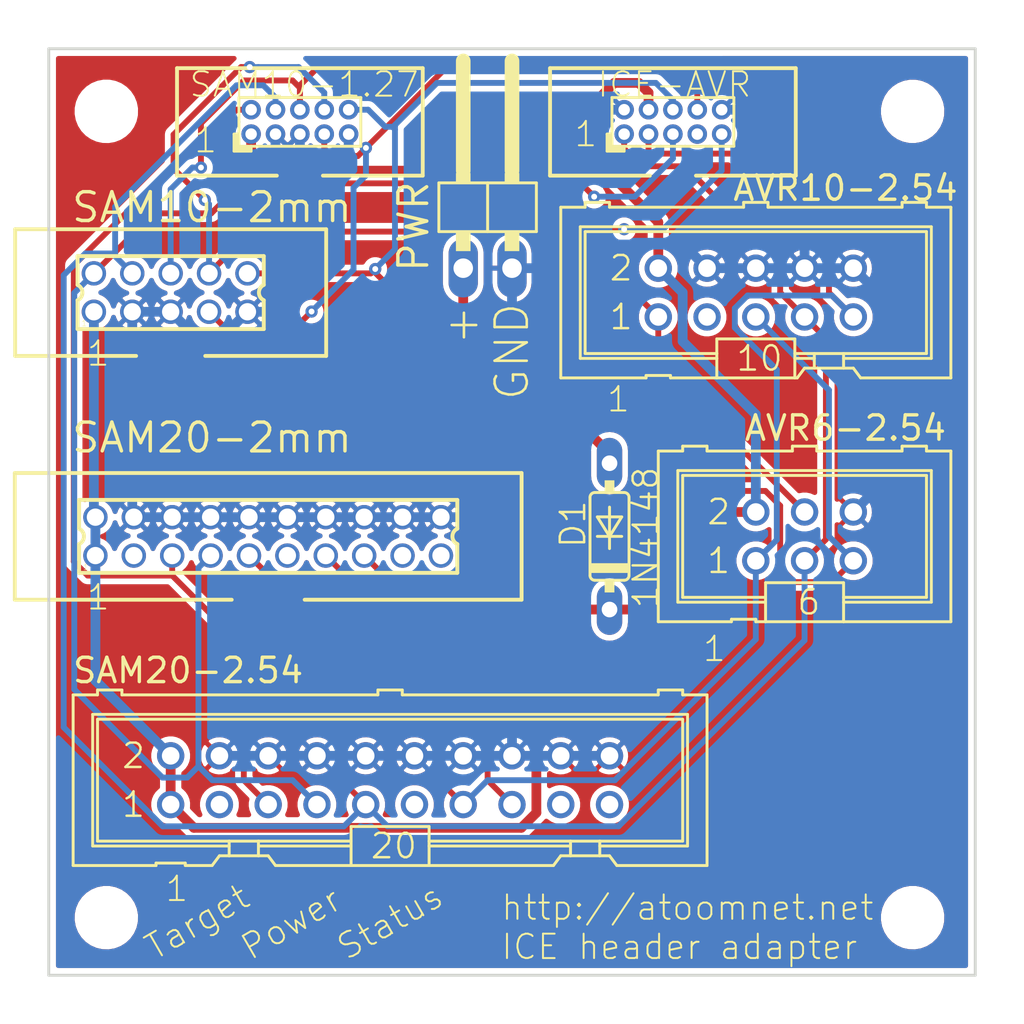
<source format=kicad_pcb>
(kicad_pcb (version 20171130) (host pcbnew "(5.1.12)-1")
  (layers (0 Top signal) (31 Bottom signal) (34 B.Paste user hide) (35 F.Paste user hide) (36 B.SilkS user hide) (37 F.SilkS user hide) (38 B.Mask user hide) (39 F.Mask user hide) (44 Edge.Cuts user))
  (net 0 "")
  (net 1 /TDO)
  (net 2 /VTG)
  (net 3 /TCK)
  (net 4 /TDI)
  (net 5 /NSRST)
  (net 6 /GND)
  (net 7 "Net-(D1-PadA)")
  (net 8 /TMS)
  (net 9 /NTRST)
  (module con-harting-ml:ML10 (layer Top) (at 87.63 124.46)
    (fp_text reference AVR10-2.54 (at 4.67 -5.44) (layer F.SilkS) (effects (font (size 1.27 1.27) (thickness 0.1778))))
    (fp_text value ML10 hide)
    (fp_text user 10 (at 0.193524 3.429) (layer F.SilkS) (effects (font (size 1.27 1.27) (thickness 0.127))))
    (fp_text user 1 (at -7.015238 1.27) (layer F.SilkS) (effects (font (size 1.27 1.27) (thickness 0.127))))
    (fp_text user 2 (at -7.015238 -1.27) (layer F.SilkS) (effects (font (size 1.27 1.27) (thickness 0.127))))
    (pad 1 thru_hole circle (at -5.08 1.27) (size 1.4224 1.4224) (drill 0.9144) (layers *.Cu *.Mask) (net 4 /TDI))
    (pad 2 thru_hole circle (at -5.08 -1.27) (size 1.4224 1.4224) (drill 0.9144) (layers *.Cu *.Mask) (net 2 /VTG))
    (pad 3 thru_hole circle (at -2.54 1.27) (size 1.4224 1.4224) (drill 0.9144) (layers *.Cu *.Mask))
    (pad 4 thru_hole circle (at -2.54 -1.27) (size 1.4224 1.4224) (drill 0.9144) (layers *.Cu *.Mask) (net 6 /GND))
    (pad 5 thru_hole circle (at 0 1.27) (size 1.4224 1.4224) (drill 0.9144) (layers *.Cu *.Mask) (net 5 /NSRST))
    (pad 6 thru_hole circle (at 0 -1.27) (size 1.4224 1.4224) (drill 0.9144) (layers *.Cu *.Mask) (net 6 /GND))
    (pad 7 thru_hole circle (at 2.54 1.27) (size 1.4224 1.4224) (drill 0.9144) (layers *.Cu *.Mask) (net 3 /TCK))
    (pad 8 thru_hole circle (at 2.54 -1.27) (size 1.4224 1.4224) (drill 0.9144) (layers *.Cu *.Mask) (net 6 /GND))
    (pad 9 thru_hole circle (at 5.08 1.27) (size 1.4224 1.4224) (drill 0.9144) (layers *.Cu *.Mask) (net 1 /TDO))
    (pad 10 thru_hole circle (at 5.08 -1.27) (size 1.4224 1.4224) (drill 0.9144) (layers *.Cu *.Mask) (net 6 /GND))
  )
  (module con-harting-ml:ML6 (layer Top) (at 90.17 137.16)
    (fp_text reference AVR6-2.54 (at 2.13 -5.64) (layer F.SilkS) (effects (font (size 1.27 1.27) (thickness 0.1778))))
    (fp_text value ML6 hide)
    (fp_text user 1 (at -4.475238 1.27) (layer F.SilkS) (effects (font (size 1.27 1.27) (thickness 0.127))))
    (fp_text user 2 (at -4.475238 -1.27) (layer F.SilkS) (effects (font (size 1.27 1.27) (thickness 0.127))))
    (fp_text user 6 (at 0.223762 3.429) (layer F.SilkS) (effects (font (size 1.27 1.27) (thickness 0.127))))
    (pad 1 thru_hole circle (at -2.54 1.27) (size 1.4224 1.4224) (drill 0.9144) (layers *.Cu *.Mask) (net 1 /TDO))
    (pad 2 thru_hole circle (at -2.54 -1.27) (size 1.4224 1.4224) (drill 0.9144) (layers *.Cu *.Mask) (net 2 /VTG))
    (pad 3 thru_hole circle (at 0 1.27) (size 1.4224 1.4224) (drill 0.9144) (layers *.Cu *.Mask) (net 3 /TCK))
    (pad 4 thru_hole circle (at 0 -1.27) (size 1.4224 1.4224) (drill 0.9144) (layers *.Cu *.Mask) (net 4 /TDI))
    (pad 5 thru_hole circle (at 2.54 1.27) (size 1.4224 1.4224) (drill 0.9144) (layers *.Cu *.Mask) (net 5 /NSRST))
    (pad 6 thru_hole circle (at 2.54 -1.27) (size 1.4224 1.4224) (drill 0.9144) (layers *.Cu *.Mask) (net 6 /GND))
  )
  (module con-harting-ml:ML20 (layer Top) (at 68.58 149.86)
    (fp_text reference SAM20-2.54 (at -10.52286 -5.714987) (layer F.SilkS) (effects (font (size 1.27 1.27) (thickness 0.1778))))
    (fp_text value ML20 hide)
    (fp_text user 1 (at -13.36524 1.27) (layer F.SilkS) (effects (font (size 1.27 1.27) (thickness 0.127))))
    (fp_text user 2 (at -13.36524 -1.27) (layer F.SilkS) (effects (font (size 1.27 1.27) (thickness 0.127))))
    (fp_text user 20 (at 0.193524 3.429) (layer F.SilkS) (effects (font (size 1.27 1.27) (thickness 0.127))))
    (pad 1 thru_hole circle (at -11.43 1.27) (size 1.4224 1.4224) (drill 0.9144) (layers *.Cu *.Mask) (net 2 /VTG))
    (pad 2 thru_hole circle (at -11.43 -1.27) (size 1.4224 1.4224) (drill 0.9144) (layers *.Cu *.Mask) (net 2 /VTG))
    (pad 3 thru_hole circle (at -8.89 1.27) (size 1.4224 1.4224) (drill 0.9144) (layers *.Cu *.Mask))
    (pad 4 thru_hole circle (at -8.89 -1.27) (size 1.4224 1.4224) (drill 0.9144) (layers *.Cu *.Mask) (net 6 /GND))
    (pad 5 thru_hole circle (at -6.35 1.27) (size 1.4224 1.4224) (drill 0.9144) (layers *.Cu *.Mask) (net 4 /TDI))
    (pad 6 thru_hole circle (at -6.35 -1.27) (size 1.4224 1.4224) (drill 0.9144) (layers *.Cu *.Mask) (net 6 /GND))
    (pad 7 thru_hole circle (at -3.81 1.27) (size 1.4224 1.4224) (drill 0.9144) (layers *.Cu *.Mask) (net 8 /TMS))
    (pad 8 thru_hole circle (at -3.81 -1.27) (size 1.4224 1.4224) (drill 0.9144) (layers *.Cu *.Mask) (net 6 /GND))
    (pad 9 thru_hole circle (at -1.27 1.27) (size 1.4224 1.4224) (drill 0.9144) (layers *.Cu *.Mask) (net 3 /TCK))
    (pad 10 thru_hole circle (at -1.27 -1.27) (size 1.4224 1.4224) (drill 0.9144) (layers *.Cu *.Mask) (net 6 /GND))
    (pad 11 thru_hole circle (at 1.27 1.27) (size 1.4224 1.4224) (drill 0.9144) (layers *.Cu *.Mask))
    (pad 12 thru_hole circle (at 1.27 -1.27) (size 1.4224 1.4224) (drill 0.9144) (layers *.Cu *.Mask) (net 6 /GND))
    (pad 13 thru_hole circle (at 3.81 1.27) (size 1.4224 1.4224) (drill 0.9144) (layers *.Cu *.Mask) (net 1 /TDO))
    (pad 14 thru_hole circle (at 3.81 -1.27) (size 1.4224 1.4224) (drill 0.9144) (layers *.Cu *.Mask) (net 6 /GND))
    (pad 15 thru_hole circle (at 6.35 1.27) (size 1.4224 1.4224) (drill 0.9144) (layers *.Cu *.Mask) (net 5 /NSRST))
    (pad 16 thru_hole circle (at 6.35 -1.27) (size 1.4224 1.4224) (drill 0.9144) (layers *.Cu *.Mask) (net 6 /GND))
    (pad 17 thru_hole circle (at 8.89 1.27) (size 1.4224 1.4224) (drill 0.9144) (layers *.Cu *.Mask))
    (pad 18 thru_hole circle (at 8.89 -1.27) (size 1.4224 1.4224) (drill 0.9144) (layers *.Cu *.Mask) (net 6 /GND))
    (pad 19 thru_hole circle (at 11.43 1.27) (size 1.4224 1.4224) (drill 0.9144) (layers *.Cu *.Mask))
    (pad 20 thru_hole circle (at 11.43 -1.27) (size 1.4224 1.4224) (drill 0.9144) (layers *.Cu *.Mask) (net 6 /GND))
  )
  (module diode:DO35-7 (layer Top) (at 80.01 137.16 90)
    (fp_text reference D1 (at 0.635 -1.90499 90) (layer F.SilkS) (effects (font (size 1.27 1.27) (thickness 0.127))))
    (fp_text value 1N4148 (at -0.06 1.89 90) (layer F.SilkS) (effects (font (size 1.27 1.27) (thickness 0.127))))
    (pad C thru_hole oval (at -3.81 0 90) (size 2.6416 1.3208) (drill 0.8128) (layers *.Cu *.Mask) (net 2 /VTG))
    (pad A thru_hole oval (at 3.81 0 90) (size 2.6416 1.3208) (drill 0.8128) (layers *.Cu *.Mask) (net 7 "Net-(D1-PadA)"))
  )
  (module pinhead:1X02_90 (layer Top) (at 73.66 119.38)
    (fp_text reference PWR1 hide)
    (fp_text value PINHD-1X2 hide)
    (pad 1 thru_hole oval (at -1.27 3.81) (size 1.524 3.048) (drill 1.016) (layers *.Cu *.Mask) (net 7 "Net-(D1-PadA)"))
    (pad 2 thru_hole oval (at 1.27 3.81) (size 1.524 3.048) (drill 1.016) (layers *.Cu *.Mask) (net 6 /GND))
  )
  (module Mounting_Holes:MountingHole_2.7mm_M2.5 (layer Top) (at 53.8 115.02)
    (fp_text reference P1 hide)
    (fp_text value TST)
    (pad 1 np_thru_hole circle (at 0 0) (size 2.7 2.7) (drill 2.7) (layers *.Cu *.Mask))
  )
  (module Mounting_Holes:MountingHole_2.7mm_M2.5 (layer Top) (at 95.8 115.02)
    (fp_text reference P2 hide)
    (fp_text value TST)
    (pad 1 np_thru_hole circle (at 0 0) (size 2.7 2.7) (drill 2.7) (layers *.Cu *.Mask))
  )
  (module Mounting_Holes:MountingHole_2.7mm_M2.5 (layer Top) (at 53.8 157.02)
    (fp_text reference P3 hide)
    (fp_text value TST)
    (pad 1 np_thru_hole circle (at 0 0) (size 2.7 2.7) (drill 2.7) (layers *.Cu *.Mask))
  )
  (module Mounting_Holes:MountingHole_2.7mm_M2.5 (layer Top) (at 95.8 157.02)
    (fp_text reference P4 hide)
    (fp_text value TST)
    (pad 1 np_thru_hole circle (at 0 0) (size 2.7 2.7) (drill 2.7) (layers *.Cu *.Mask))
  )
  (module con-molex:87758-1016 (layer Top) (at 57.15 124.46)
    (fp_text reference SAM10-2 hide)
    (fp_text value 87758-1016 hide)
    (fp_text user 1 (at -4.504857 1.5976) (layer F.SilkS) (effects (font (size 0.3048 0.3048) (thickness 0.024384))))
    (pad 1 thru_hole circle (at -4 1) (size 1.27 1.27) (drill 0.9) (layers *.Cu *.Mask) (net 2 /VTG))
    (pad 2 thru_hole circle (at -4 -1) (size 1.27 1.27) (drill 0.9) (layers *.Cu *.Mask) (net 8 /TMS))
    (pad 3 thru_hole circle (at -2 1) (size 1.27 1.27) (drill 0.9) (layers *.Cu *.Mask) (net 6 /GND))
    (pad 4 thru_hole circle (at -2 -1) (size 1.27 1.27) (drill 0.9) (layers *.Cu *.Mask) (net 3 /TCK))
    (pad 5 thru_hole circle (at 0 1) (size 1.27 1.27) (drill 0.9) (layers *.Cu *.Mask) (net 6 /GND))
    (pad 6 thru_hole circle (at 0 -1) (size 1.27 1.27) (drill 0.9) (layers *.Cu *.Mask) (net 1 /TDO))
    (pad 7 thru_hole circle (at 2 1) (size 1.27 1.27) (drill 0.9) (layers *.Cu *.Mask) (net 9 /NTRST))
    (pad 8 thru_hole circle (at 2 -1) (size 1.27 1.27) (drill 0.9) (layers *.Cu *.Mask) (net 4 /TDI))
    (pad 9 thru_hole circle (at 4 1) (size 1.27 1.27) (drill 0.9) (layers *.Cu *.Mask) (net 6 /GND))
    (pad 10 thru_hole circle (at 4 -1) (size 1.27 1.27) (drill 0.9) (layers *.Cu *.Mask) (net 5 /NSRST))
  )
  (module con-molex:87758-2016 (layer Top) (at 62.23 137.16)
    (fp_text reference SAM20-2 hide)
    (fp_text value 87758-2016 hide)
    (fp_text user 1 (at -9.504857 1.5976) (layer F.SilkS) (effects (font (size 0.3048 0.3048) (thickness 0.024384))))
    (pad 1 thru_hole circle (at -9 1) (size 1.27 1.27) (drill 0.9) (layers *.Cu *.Mask) (net 2 /VTG))
    (pad 2 thru_hole circle (at -9 -1) (size 1.27 1.27) (drill 0.9) (layers *.Cu *.Mask) (net 2 /VTG))
    (pad 3 thru_hole circle (at -7 1) (size 1.27 1.27) (drill 0.9) (layers *.Cu *.Mask))
    (pad 4 thru_hole circle (at -7 -1) (size 1.27 1.27) (drill 0.9) (layers *.Cu *.Mask) (net 6 /GND))
    (pad 5 thru_hole circle (at -5 1) (size 1.27 1.27) (drill 0.9) (layers *.Cu *.Mask) (net 4 /TDI))
    (pad 6 thru_hole circle (at -5 -1) (size 1.27 1.27) (drill 0.9) (layers *.Cu *.Mask) (net 6 /GND))
    (pad 7 thru_hole circle (at -3 1) (size 1.27 1.27) (drill 0.9) (layers *.Cu *.Mask) (net 8 /TMS))
    (pad 8 thru_hole circle (at -3 -1) (size 1.27 1.27) (drill 0.9) (layers *.Cu *.Mask) (net 6 /GND))
    (pad 9 thru_hole circle (at -1 1) (size 1.27 1.27) (drill 0.9) (layers *.Cu *.Mask) (net 3 /TCK))
    (pad 10 thru_hole circle (at -1 -1) (size 1.27 1.27) (drill 0.9) (layers *.Cu *.Mask) (net 6 /GND))
    (pad 11 thru_hole circle (at 1 1) (size 1.27 1.27) (drill 0.9) (layers *.Cu *.Mask))
    (pad 12 thru_hole circle (at 1 -1) (size 1.27 1.27) (drill 0.9) (layers *.Cu *.Mask) (net 6 /GND))
    (pad 13 thru_hole circle (at 3 1) (size 1.27 1.27) (drill 0.9) (layers *.Cu *.Mask) (net 1 /TDO))
    (pad 14 thru_hole circle (at 3 -1) (size 1.27 1.27) (drill 0.9) (layers *.Cu *.Mask) (net 6 /GND))
    (pad 15 thru_hole circle (at 5 1) (size 1.27 1.27) (drill 0.9) (layers *.Cu *.Mask) (net 5 /NSRST))
    (pad 16 thru_hole circle (at 5 -1) (size 1.27 1.27) (drill 0.9) (layers *.Cu *.Mask) (net 6 /GND))
    (pad 17 thru_hole circle (at 7 1) (size 1.27 1.27) (drill 0.9) (layers *.Cu *.Mask))
    (pad 18 thru_hole circle (at 7 -1) (size 1.27 1.27) (drill 0.9) (layers *.Cu *.Mask) (net 6 /GND))
    (pad 19 thru_hole circle (at 9 1) (size 1.27 1.27) (drill 0.9) (layers *.Cu *.Mask))
    (pad 20 thru_hole circle (at 9 -1) (size 1.27 1.27) (drill 0.9) (layers *.Cu *.Mask) (net 6 /GND))
  )
  (module Arduino_Wifi_shield_v018_tG:PINHEAD_2X05_127 (layer Top) (at 63.881 115.57 90)
    (fp_text reference SAM10-1.27 hide)
    (fp_text value PINHEAD_PINHD-2X5 hide)
    (pad 1 thru_hole circle (at -0.635 -2.54 90) (size 1.016 1.016) (drill 0.6) (layers *.Cu *.Mask) (net 2 /VTG))
    (pad 2 thru_hole circle (at 0.635 -2.54 90) (size 1.016 1.016) (drill 0.6) (layers *.Cu *.Mask) (net 8 /TMS))
    (pad 3 thru_hole circle (at -0.635 -1.27 90) (size 1.016 1.016) (drill 0.6) (layers *.Cu *.Mask) (net 6 /GND))
    (pad 4 thru_hole circle (at 0.635 -1.27 90) (size 1.016 1.016) (drill 0.6) (layers *.Cu *.Mask) (net 3 /TCK))
    (pad 5 thru_hole circle (at -0.635 0 90) (size 1.016 1.016) (drill 0.6) (layers *.Cu *.Mask) (net 6 /GND))
    (pad 6 thru_hole circle (at 0.635 0 90) (size 1.016 1.016) (drill 0.6) (layers *.Cu *.Mask) (net 1 /TDO))
    (pad 7 thru_hole circle (at -0.635 1.27 90) (size 1.016 1.016) (drill 0.6) (layers *.Cu *.Mask) (net 9 /NTRST))
    (pad 8 thru_hole circle (at 0.635 1.27 90) (size 1.016 1.016) (drill 0.6) (layers *.Cu *.Mask) (net 4 /TDI))
    (pad 9 thru_hole circle (at -0.635 2.54 90) (size 1.016 1.016) (drill 0.6) (layers *.Cu *.Mask) (net 6 /GND))
    (pad 10 thru_hole circle (at 0.635 2.54 90) (size 1.016 1.016) (drill 0.6) (layers *.Cu *.Mask) (net 5 /NSRST))
  )
  (module Arduino_Wifi_shield_v018_tG:PINHEAD_2X05_127 (layer Top) (at 83.312 115.57 90)
    (fp_text reference ICE-AVR1 hide)
    (fp_text value PINHEAD_PINHD-2X5 hide)
    (pad 1 thru_hole circle (at -0.635 -2.54 90) (size 1.016 1.016) (drill 0.6) (layers *.Cu *.Mask) (net 3 /TCK))
    (pad 2 thru_hole circle (at 0.635 -2.54 90) (size 1.016 1.016) (drill 0.6) (layers *.Cu *.Mask) (net 6 /GND))
    (pad 3 thru_hole circle (at -0.635 -1.27 90) (size 1.016 1.016) (drill 0.6) (layers *.Cu *.Mask) (net 1 /TDO))
    (pad 4 thru_hole circle (at 0.635 -1.27 90) (size 1.016 1.016) (drill 0.6) (layers *.Cu *.Mask) (net 2 /VTG))
    (pad 5 thru_hole circle (at -0.635 0 90) (size 1.016 1.016) (drill 0.6) (layers *.Cu *.Mask) (net 8 /TMS))
    (pad 6 thru_hole circle (at 0.635 0 90) (size 1.016 1.016) (drill 0.6) (layers *.Cu *.Mask) (net 5 /NSRST))
    (pad 7 thru_hole circle (at -0.635 1.27 90) (size 1.016 1.016) (drill 0.6) (layers *.Cu *.Mask))
    (pad 8 thru_hole circle (at 0.635 1.27 90) (size 1.016 1.016) (drill 0.6) (layers *.Cu *.Mask) (net 9 /NTRST))
    (pad 9 thru_hole circle (at -0.635 2.54 90) (size 1.016 1.016) (drill 0.6) (layers *.Cu *.Mask) (net 4 /TDI))
    (pad 10 thru_hole circle (at 0.635 2.54 90) (size 1.016 1.016) (drill 0.6) (layers *.Cu *.Mask) (net 6 /GND))
  )
  (gr_text PWR (at 69.8 121.02 90) (layer F.SilkS) (effects (font (size 1.5 1.5) (thickness 0.18))))
  (gr_text SAM20-2mm (at 59.3 132.02) (layer F.SilkS) (effects (font (size 1.5 1.5) (thickness 0.18))))
  (gr_text SAM10-2mm (at 59.3 120.02) (layer F.SilkS) (effects (font (size 1.5 1.5) (thickness 0.18))))
  (gr_text ICE-AVR (at 79.3 113.62) (layer F.SilkS) (effects (font (size 1.27 1.27) (thickness 0.1016)) (justify left)))
  (gr_text SAM10-1.27 (at 58.05 113.62) (layer F.SilkS) (effects (font (size 1.27 1.27) (thickness 0.1016)) (justify left)))
  (gr_text "http://atoomnet.net\nICE header adapter" (at 74.3 157.52) (layer F.SilkS) (effects (font (size 1.27 1.27) (thickness 0.1016)) (justify left)))
  (gr_text 1 (at 52.705 127.635) (layer F.SilkS) (effects (font (size 1.27 1.27) (thickness 0.1016)) (justify left)))
  (gr_text 1 (at 52.705 140.335) (layer F.SilkS) (effects (font (size 1.27 1.27) (thickness 0.1016)) (justify left)))
  (gr_text 1 (at 56.8 155.52) (layer F.SilkS) (effects (font (size 1.27 1.27) (thickness 0.1016)) (justify left)))
  (gr_text 1 (at 84.8 143.02) (layer F.SilkS) (effects (font (size 1.27 1.27) (thickness 0.1016)) (justify left)))
  (gr_text 1 (at 79.8 130.02) (layer F.SilkS) (effects (font (size 1.27 1.27) (thickness 0.1016)) (justify left)))
  (gr_text 1 (at 58.3 116.52) (layer F.SilkS) (effects (font (size 1.27 1.27) (thickness 0.1016)) (justify left)))
  (gr_text 1 (at 78.105 116.205) (layer F.SilkS) (effects (font (size 1.27 1.27) (thickness 0.1016)) (justify left)))
  (gr_text Status (at 65.93 158.75 30) (layer F.SilkS) (effects (font (size 1.27 1.27) (thickness 0.1016)) (justify left)))
  (gr_text Power (at 60.93 158.75 30) (layer F.SilkS) (effects (font (size 1.27 1.27) (thickness 0.1016)) (justify left)))
  (gr_text Target (at 55.93 158.75 30) (layer F.SilkS) (effects (font (size 1.27 1.27) (thickness 0.1016)) (justify left)))
  (gr_text + (at 71.3 126.02) (layer F.SilkS) (effects (font (size 1.6764 1.6764) (thickness 0.134112)) (justify left)))
  (gr_text GND (at 74.93 130.175 90) (layer F.SilkS) (effects (font (size 1.6764 1.6764) (thickness 0.134112)) (justify left)))
  (gr_line (start 50.8 160.02) (end 99.06 160.02) (layer Edge.Cuts) (width 0.15))
  (gr_line (start 99.06 160.02) (end 99.06 111.76) (layer Edge.Cuts) (width 0.15))
  (gr_line (start 99.06 111.76) (end 50.8 111.76) (layer Edge.Cuts) (width 0.15))
  (gr_line (start 50.8 111.76) (end 50.8 160.02) (layer Edge.Cuts) (width 0.15))
  (segment (start 86.741 117.6159) (end 86.741 117.348) (width 0.3048) (layer Top) (net 1))
  (segment (start 86.741 117.348) (end 86.614 117.221) (width 0.3048) (layer Top) (net 1))
  (segment (start 63.881 114.935) (end 63.881 113.665) (width 0.3048) (layer Top) (net 1))
  (segment (start 63.881 113.665) (end 65.176422 112.369578) (width 0.3048) (layer Top) (net 1))
  (segment (start 65.176422 112.369578) (end 85.191578 112.369578) (width 0.3048) (layer Top) (net 1))
  (segment (start 85.191578 112.369578) (end 87.503 114.681) (width 0.3048) (layer Top) (net 1))
  (segment (start 87.503 114.681) (end 87.503 116.332) (width 0.3048) (layer Top) (net 1))
  (segment (start 87.503 116.332) (end 86.614 117.221) (width 0.3048) (layer Top) (net 1))
  (segment (start 86.614 117.221) (end 82.169 117.221) (width 0.3048) (layer Top) (net 1))
  (segment (start 82.169 117.221) (end 82.042 117.094) (width 0.3048) (layer Top) (net 1))
  (segment (start 82.042 117.094) (end 82.042 116.205) (width 0.3048) (layer Top) (net 1))
  (segment (start 63.5 113.411) (end 60.96 113.411) (width 0.3048) (layer Top) (net 1))
  (segment (start 58.7278 115.6432) (end 58.7278 117.9482) (width 0.3048) (layer Top) (net 1))
  (segment (start 63.881 114.935) (end 63.881 113.792) (width 0.3048) (layer Top) (net 1))
  (segment (start 63.881 113.792) (end 63.5 113.411) (width 0.3048) (layer Top) (net 1))
  (segment (start 60.96 113.411) (end 58.7278 115.6432) (width 0.3048) (layer Top) (net 1))
  (segment (start 92.71 125.73) (end 91.44 124.46) (width 0.3048) (layer Top) (net 1))
  (segment (start 91.44 124.46) (end 91.44 122.3149) (width 0.3048) (layer Top) (net 1))
  (segment (start 91.44 122.3149) (end 86.741 117.6159) (width 0.3048) (layer Top) (net 1))
  (segment (start 58.7278 117.9482) (end 58.278788 117.9482) (width 0.3048) (layer Bottom) (net 1))
  (segment (start 58.278788 117.9482) (end 57.15 119.076988) (width 0.3048) (layer Bottom) (net 1))
  (segment (start 57.15 122.561975) (end 57.15 123.46) (width 0.3048) (layer Bottom) (net 1))
  (segment (start 57.15 119.076988) (end 57.15 122.561975) (width 0.3048) (layer Bottom) (net 1))
  (via (at 58.7278 117.9482) (size 0.635) (layers Top Bottom) (net 1))
  (segment (start 71.12 149.86) (end 72.39 151.13) (width 0.3048) (layer Top) (net 1))
  (segment (start 71.12 144.05) (end 71.12 149.86) (width 0.3048) (layer Top) (net 1))
  (segment (start 65.23 138.16) (end 71.12 144.05) (width 0.3048) (layer Top) (net 1))
  (segment (start 91.5931 124.6131) (end 92.71 125.73) (width 0.3048) (layer Bottom) (net 1))
  (segment (start 87.2011 124.6131) (end 91.5931 124.6131) (width 0.3048) (layer Bottom) (net 1))
  (segment (start 86.5374 125.2768) (end 87.2011 124.6131) (width 0.3048) (layer Bottom) (net 1))
  (segment (start 86.5374 126.2886) (end 86.5374 125.2768) (width 0.3048) (layer Bottom) (net 1))
  (segment (start 88.7226 128.4738) (end 86.5374 126.2886) (width 0.3048) (layer Bottom) (net 1))
  (segment (start 88.7226 137.3374) (end 88.7226 128.4738) (width 0.3048) (layer Bottom) (net 1))
  (segment (start 87.63 138.43) (end 88.7226 137.3374) (width 0.3048) (layer Bottom) (net 1))
  (segment (start 87.63 142.5233) (end 87.63 138.43) (width 0.3048) (layer Bottom) (net 1))
  (segment (start 80.2933 149.86) (end 87.63 142.5233) (width 0.3048) (layer Bottom) (net 1))
  (segment (start 73.66 149.86) (end 80.2933 149.86) (width 0.3048) (layer Bottom) (net 1))
  (segment (start 72.39 151.13) (end 73.66 149.86) (width 0.3048) (layer Bottom) (net 1))
  (segment (start 79.5119 117.7559) (end 79.1578 118.11) (width 0.508) (layer Top) (net 2))
  (segment (start 79.1578 118.11) (end 62.357 118.11) (width 0.508) (layer Top) (net 2))
  (segment (start 62.357 118.11) (end 61.341 117.094) (width 0.508) (layer Top) (net 2))
  (segment (start 61.341 117.094) (end 61.341 116.205) (width 0.508) (layer Top) (net 2))
  (segment (start 79.5119 117.7559) (end 79.5119 114.2901) (width 0.508) (layer Top) (net 2))
  (segment (start 79.5119 114.2901) (end 80.264 113.538) (width 0.508) (layer Top) (net 2))
  (segment (start 80.264 113.538) (end 81.534 113.538) (width 0.508) (layer Top) (net 2))
  (segment (start 81.534 113.538) (end 82.042 114.046) (width 0.508) (layer Top) (net 2))
  (segment (start 82.042 114.046) (end 82.042 114.935) (width 0.508) (layer Top) (net 2))
  (segment (start 87.63 135.89) (end 87.63 130.81) (width 0.508) (layer Bottom) (net 2))
  (segment (start 87.63 130.81) (end 83.82 127) (width 0.508) (layer Bottom) (net 2))
  (segment (start 83.82 127) (end 83.82 124.46) (width 0.508) (layer Bottom) (net 2))
  (segment (start 83.82 124.46) (end 82.55 123.19) (width 0.508) (layer Bottom) (net 2))
  (segment (start 53.15 136.08) (end 53.15 125.46) (width 0.508) (layer Bottom) (net 2))
  (segment (start 53.23 136.16) (end 53.15 136.08) (width 0.508) (layer Bottom) (net 2))
  (segment (start 82.55 120.794) (end 79.5119 117.7559) (width 0.508) (layer Top) (net 2))
  (segment (start 82.55 123.19) (end 82.55 120.794) (width 0.508) (layer Top) (net 2))
  (segment (start 53.23 136.16) (end 53.23 138.16) (width 0.508) (layer Bottom) (net 2))
  (segment (start 53.23 144.67) (end 57.15 148.59) (width 0.508) (layer Bottom) (net 2))
  (segment (start 53.23 138.16) (end 53.23 144.67) (width 0.508) (layer Bottom) (net 2))
  (segment (start 86.2333 135.89) (end 87.63 135.89) (width 0.508) (layer Top) (net 2))
  (segment (start 81.1533 140.97) (end 86.2333 135.89) (width 0.508) (layer Top) (net 2))
  (segment (start 80.01 140.97) (end 81.1533 140.97) (width 0.508) (layer Top) (net 2))
  (segment (start 57.15 148.59) (end 57.15 151.13) (width 0.508) (layer Top) (net 2))
  (segment (start 76.2 143.6367) (end 78.8667 140.97) (width 0.508) (layer Top) (net 2))
  (segment (start 76.2 151.5566) (end 76.2 143.6367) (width 0.508) (layer Top) (net 2))
  (segment (start 75.415 152.3416) (end 76.2 151.5566) (width 0.508) (layer Top) (net 2))
  (segment (start 58.3616 152.3416) (end 75.415 152.3416) (width 0.508) (layer Top) (net 2))
  (segment (start 57.15 151.13) (end 58.3616 152.3416) (width 0.508) (layer Top) (net 2))
  (segment (start 80.01 140.97) (end 78.8667 140.97) (width 0.508) (layer Top) (net 2))
  (segment (start 54.2571 122.4236) (end 54.2571 119.9869) (width 0.3048) (layer Bottom) (net 3))
  (segment (start 54.2571 119.9869) (end 60.579 113.665) (width 0.3048) (layer Bottom) (net 3))
  (segment (start 60.579 113.665) (end 61.976 113.665) (width 0.3048) (layer Bottom) (net 3))
  (segment (start 61.976 113.665) (end 62.611 114.3) (width 0.3048) (layer Bottom) (net 3))
  (segment (start 62.611 114.3) (end 62.611 114.935) (width 0.3048) (layer Bottom) (net 3))
  (segment (start 90.17 125.73) (end 88.9 124.46) (width 0.3048) (layer Top) (net 3))
  (segment (start 88.9 124.46) (end 88.9 122.8528) (width 0.3048) (layer Top) (net 3))
  (segment (start 88.9 122.8528) (end 83.928611 117.881411) (width 0.3048) (layer Top) (net 3))
  (segment (start 83.928611 117.881411) (end 81.686411 117.881411) (width 0.3048) (layer Top) (net 3))
  (segment (start 81.686411 117.881411) (end 80.772 116.967) (width 0.3048) (layer Top) (net 3))
  (segment (start 80.772 116.967) (end 80.772 116.205) (width 0.3048) (layer Top) (net 3))
  (segment (start 66.04 149.86) (end 67.31 151.13) (width 0.3048) (layer Top) (net 3))
  (segment (start 66.04 142.97) (end 66.04 149.86) (width 0.3048) (layer Top) (net 3))
  (segment (start 61.23 138.16) (end 66.04 142.97) (width 0.3048) (layer Top) (net 3))
  (segment (start 90.17 142.5735) (end 90.17 138.43) (width 0.3048) (layer Bottom) (net 3))
  (segment (start 80.4838 152.2597) (end 90.17 142.5735) (width 0.3048) (layer Bottom) (net 3))
  (segment (start 68.4397 152.2597) (end 80.4838 152.2597) (width 0.3048) (layer Bottom) (net 3))
  (segment (start 67.31 151.13) (end 68.4397 152.2597) (width 0.3048) (layer Bottom) (net 3))
  (segment (start 54.2571 122.5671) (end 54.2571 122.4236) (width 0.3048) (layer Bottom) (net 3))
  (segment (start 55.15 123.46) (end 54.2571 122.5671) (width 0.3048) (layer Bottom) (net 3))
  (segment (start 66.1765 152.2635) (end 67.31 151.13) (width 0.3048) (layer Bottom) (net 3))
  (segment (start 56.7363 152.2635) (end 66.1765 152.2635) (width 0.3048) (layer Bottom) (net 3))
  (segment (start 51.5787 147.1059) (end 56.7363 152.2635) (width 0.3048) (layer Bottom) (net 3))
  (segment (start 51.5787 123.5509) (end 51.5787 147.1059) (width 0.3048) (layer Bottom) (net 3))
  (segment (start 52.706 122.4236) (end 51.5787 123.5509) (width 0.3048) (layer Bottom) (net 3))
  (segment (start 54.2571 122.4236) (end 52.706 122.4236) (width 0.3048) (layer Bottom) (net 3))
  (segment (start 91.2812 126.8412) (end 90.17 125.73) (width 0.3048) (layer Top) (net 3))
  (segment (start 91.2812 137.3188) (end 91.2812 126.8412) (width 0.3048) (layer Top) (net 3))
  (segment (start 90.17 138.43) (end 91.2812 137.3188) (width 0.3048) (layer Top) (net 3))
  (segment (start 65.151 114.935) (end 65.151 114.046) (width 0.3048) (layer Bottom) (net 4))
  (segment (start 65.151 114.046) (end 63.81748 112.71248) (width 0.3048) (layer Bottom) (net 4))
  (segment (start 63.81748 112.71248) (end 61.716083 112.71248) (width 0.3048) (layer Bottom) (net 4))
  (segment (start 61.716083 112.71248) (end 61.267071 112.71248) (width 0.3048) (layer Bottom) (net 4))
  (segment (start 60.818059 112.71248) (end 61.267071 112.71248) (width 0.3048) (layer Top) (net 4))
  (segment (start 57.3013 116.229239) (end 60.818059 112.71248) (width 0.3048) (layer Top) (net 4))
  (segment (start 57.3013 117.8405) (end 57.3013 116.229239) (width 0.3048) (layer Top) (net 4))
  (via (at 61.267071 112.71248) (size 0.635) (drill 0.3048) (layers Top Bottom) (net 4))
  (segment (start 58.610501 119.316497) (end 58.928 119.633996) (width 0.3048) (layer Top) (net 4))
  (segment (start 57.3013 118.007296) (end 58.610501 119.316497) (width 0.3048) (layer Top) (net 4))
  (via (at 58.928 119.633996) (size 0.635) (drill 0.3048) (layers Top Bottom) (net 4))
  (segment (start 57.3013 117.8405) (end 57.3013 118.007296) (width 0.3048) (layer Top) (net 4))
  (segment (start 59.15 119.855996) (end 58.928 119.633996) (width 0.3048) (layer Bottom) (net 4))
  (segment (start 59.15 123.46) (end 59.15 119.855996) (width 0.3048) (layer Bottom) (net 4))
  (segment (start 85.852 116.205) (end 85.852 118.11) (width 0.3048) (layer Bottom) (net 4))
  (segment (start 85.852 118.11) (end 82.804 121.158) (width 0.3048) (layer Bottom) (net 4))
  (segment (start 82.804 121.158) (end 80.772 121.158) (width 0.3048) (layer Bottom) (net 4))
  (segment (start 80.322988 121.158) (end 80.772 121.158) (width 0.3048) (layer Top) (net 4))
  (segment (start 79.9122 121.158) (end 80.322988 121.158) (width 0.3048) (layer Top) (net 4))
  (via (at 80.772 121.158) (size 0.635) (drill 0.3048) (layers Top Bottom) (net 4))
  (segment (start 79.7865 121.2837) (end 79.9122 121.158) (width 0.3048) (layer Top) (net 4))
  (segment (start 82.55 128.27) (end 82.55 125.73) (width 0.3048) (layer Top) (net 4))
  (segment (start 90.17 135.89) (end 82.55 128.27) (width 0.3048) (layer Top) (net 4))
  (segment (start 79.7865 122.9665) (end 82.55 125.73) (width 0.3048) (layer Top) (net 4))
  (segment (start 79.7865 121.2837) (end 79.7865 122.9665) (width 0.3048) (layer Top) (net 4))
  (segment (start 61.3263 121.2837) (end 79.7865 121.2837) (width 0.3048) (layer Top) (net 4))
  (segment (start 59.15 123.46) (end 61.3263 121.2837) (width 0.3048) (layer Top) (net 4))
  (segment (start 57.23 138.16) (end 57.23 139.2009) (width 0.3048) (layer Top) (net 4))
  (segment (start 60.96 149.86) (end 62.23 151.13) (width 0.3048) (layer Top) (net 4))
  (segment (start 60.96 142.9309) (end 60.96 149.86) (width 0.3048) (layer Top) (net 4))
  (segment (start 57.23 139.2009) (end 60.96 142.9309) (width 0.3048) (layer Top) (net 4))
  (segment (start 52.8311 139.2009) (end 57.23 139.2009) (width 0.3048) (layer Top) (net 4))
  (segment (start 52.1034 138.4732) (end 52.8311 139.2009) (width 0.3048) (layer Top) (net 4))
  (segment (start 52.1034 123.0384) (end 52.1034 138.4732) (width 0.3048) (layer Top) (net 4))
  (segment (start 57.3013 117.8405) (end 52.1034 123.0384) (width 0.3048) (layer Top) (net 4))
  (segment (start 73.66 139.1986) (end 73.66 129.2801) (width 0.3048) (layer Top) (net 5))
  (segment (start 73.66 129.2801) (end 67.7096 123.3297) (width 0.3048) (layer Top) (net 5))
  (segment (start 92.71 138.43) (end 91.5989 139.5411) (width 0.3048) (layer Top) (net 5))
  (segment (start 88.9 138.7854) (end 88.9 135.5625) (width 0.3048) (layer Top) (net 5))
  (segment (start 91.5989 139.5411) (end 89.6557 139.5411) (width 0.3048) (layer Top) (net 5))
  (segment (start 85.0433 134.7937) (end 83.312 136.525) (width 0.3048) (layer Top) (net 5))
  (segment (start 89.6557 139.5411) (end 88.9 138.7854) (width 0.3048) (layer Top) (net 5))
  (segment (start 88.9 135.5625) (end 88.1312 134.7937) (width 0.3048) (layer Top) (net 5))
  (segment (start 88.1312 134.7937) (end 85.0433 134.7937) (width 0.3048) (layer Top) (net 5))
  (segment (start 83.312 136.525) (end 80.9048 136.525) (width 0.3048) (layer Top) (net 5))
  (segment (start 80.9048 136.525) (end 78.2378 139.192) (width 0.3048) (layer Top) (net 5))
  (segment (start 78.2378 139.192) (end 73.66 139.192) (width 0.3048) (layer Top) (net 5))
  (segment (start 83.312 114.935) (end 83.312 114.427) (width 0.3048) (layer Bottom) (net 5))
  (segment (start 83.312 114.427) (end 82.423 113.538) (width 0.3048) (layer Bottom) (net 5))
  (segment (start 82.423 113.538) (end 71.0252 113.538) (width 0.3048) (layer Bottom) (net 5))
  (segment (start 71.0252 113.538) (end 68.834 115.7292) (width 0.3048) (layer Bottom) (net 5))
  (segment (start 68.834 115.7292) (end 68.834 115.824) (width 0.3048) (layer Bottom) (net 5))
  (segment (start 68.834 115.824) (end 68.326 115.824) (width 0.3048) (layer Bottom) (net 5))
  (segment (start 68.326 115.824) (end 67.437 114.935) (width 0.3048) (layer Bottom) (net 5))
  (segment (start 67.437 114.935) (end 66.421 114.935) (width 0.3048) (layer Bottom) (net 5))
  (segment (start 67.8064 123.2329) (end 68.834 122.2053) (width 0.3048) (layer Bottom) (net 5))
  (segment (start 68.834 122.2053) (end 68.834 115.951) (width 0.3048) (layer Bottom) (net 5))
  (segment (start 68.834 115.951) (end 68.707 115.824) (width 0.3048) (layer Bottom) (net 5))
  (via (at 67.8064 123.2329) (size 0.635) (layers Top Bottom) (net 5))
  (segment (start 91.44 137.16) (end 92.71 138.43) (width 0.3048) (layer Bottom) (net 5))
  (segment (start 91.44 129.54) (end 91.44 137.16) (width 0.3048) (layer Bottom) (net 5))
  (segment (start 87.63 125.73) (end 91.44 129.54) (width 0.3048) (layer Bottom) (net 5))
  (segment (start 67.5793 123.46) (end 67.7096 123.3297) (width 0.3048) (layer Top) (net 5))
  (segment (start 61.15 123.46) (end 67.5793 123.46) (width 0.3048) (layer Top) (net 5))
  (segment (start 67.7096 123.3297) (end 67.8064 123.2329) (width 0.3048) (layer Top) (net 5))
  (segment (start 68.2686 139.1986) (end 73.66 139.1986) (width 0.3048) (layer Top) (net 5))
  (segment (start 67.23 138.16) (end 68.2686 139.1986) (width 0.3048) (layer Top) (net 5))
  (segment (start 73.66 149.86) (end 74.93 151.13) (width 0.3048) (layer Top) (net 5))
  (segment (start 73.66 139.1986) (end 73.66 149.86) (width 0.3048) (layer Top) (net 5))
  (segment (start 79.032102 121.958102) (end 78.232 121.158) (width 0.508) (layer Bottom) (net 6))
  (segment (start 83.858102 121.958102) (end 79.032102 121.958102) (width 0.508) (layer Bottom) (net 6))
  (segment (start 85.09 123.19) (end 83.858102 121.958102) (width 0.508) (layer Bottom) (net 6))
  (segment (start 80.0536 114.935) (end 80.772 114.935) (width 0.508) (layer Bottom) (net 6))
  (segment (start 78.232 116.757) (end 80.0536 114.935) (width 0.508) (layer Bottom) (net 6))
  (segment (start 78.232 121.158) (end 78.232 116.757) (width 0.508) (layer Bottom) (net 6))
  (segment (start 93.4212 135.179) (end 92.71 135.89) (width 0.508) (layer Bottom) (net 6))
  (segment (start 94.361 134.239) (end 93.4212 135.179) (width 0.508) (layer Bottom) (net 6))
  (segment (start 94.361 124.841) (end 94.361 134.239) (width 0.508) (layer Bottom) (net 6))
  (segment (start 92.71 123.19) (end 94.361 124.841) (width 0.508) (layer Bottom) (net 6))
  (segment (start 74.93 123.19) (end 74.93 132.46) (width 0.508) (layer Bottom) (net 6))
  (segment (start 55.15 136.08) (end 55.23 136.16) (width 0.508) (layer Bottom) (net 6))
  (segment (start 55.15 125.46) (end 55.15 136.08) (width 0.508) (layer Bottom) (net 6))
  (segment (start 57.785 126.095) (end 57.15 125.46) (width 0.508) (layer Bottom) (net 6))
  (segment (start 58.2676 126.578) (end 57.785 126.095) (width 0.508) (layer Bottom) (net 6))
  (segment (start 60.0324 126.578) (end 58.2676 126.578) (width 0.508) (layer Bottom) (net 6))
  (segment (start 61.15 125.46) (end 60.0324 126.578) (width 0.508) (layer Bottom) (net 6))
  (segment (start 55.15 125.46) (end 57.15 125.46) (width 0.508) (layer Bottom) (net 6))
  (segment (start 65.278 122.23) (end 65.278 117.196) (width 0.508) (layer Bottom) (net 6))
  (segment (start 62.048 125.46) (end 65.278 122.23) (width 0.508) (layer Bottom) (net 6))
  (segment (start 61.15 125.46) (end 62.048 125.46) (width 0.508) (layer Bottom) (net 6))
  (segment (start 62.8832 117.196) (end 64.1532 117.196) (width 0.508) (layer Bottom) (net 6))
  (segment (start 62.611 116.923) (end 62.8832 117.196) (width 0.508) (layer Bottom) (net 6))
  (segment (start 62.611 116.205) (end 62.611 116.923) (width 0.508) (layer Bottom) (net 6))
  (segment (start 63.881 116.923) (end 63.881 116.205) (width 0.508) (layer Bottom) (net 6))
  (segment (start 64.1532 117.196) (end 63.881 116.923) (width 0.508) (layer Bottom) (net 6))
  (segment (start 90.17 118.535) (end 90.17 123.19) (width 0.508) (layer Bottom) (net 6))
  (segment (start 86.5704 114.935) (end 90.17 118.535) (width 0.508) (layer Bottom) (net 6))
  (segment (start 85.852 114.935) (end 86.5704 114.935) (width 0.508) (layer Bottom) (net 6))
  (segment (start 92.71 123.19) (end 90.17 123.19) (width 0.508) (layer Bottom) (net 6))
  (segment (start 90.17 123.19) (end 87.63 123.19) (width 0.508) (layer Bottom) (net 6))
  (segment (start 87.63 123.19) (end 85.09 123.19) (width 0.508) (layer Bottom) (net 6))
  (segment (start 66.1488 117.196) (end 65.278 117.196) (width 0.508) (layer Bottom) (net 6))
  (segment (start 66.421 116.923) (end 66.1488 117.196) (width 0.508) (layer Bottom) (net 6))
  (segment (start 66.421 116.205) (end 66.421 116.923) (width 0.508) (layer Bottom) (net 6))
  (segment (start 65.278 117.196) (end 64.1532 117.196) (width 0.508) (layer Bottom) (net 6))
  (segment (start 69.23 136.16) (end 71.23 136.16) (width 0.508) (layer Bottom) (net 6))
  (segment (start 74.93 132.46) (end 74.93 136.144) (width 0.508) (layer Bottom) (net 6))
  (segment (start 74.914 136.16) (end 71.23 136.16) (width 0.508) (layer Bottom) (net 6))
  (segment (start 74.93 136.144) (end 74.914 136.16) (width 0.508) (layer Bottom) (net 6))
  (segment (start 74.93 132.46) (end 74.93 136.144) (width 0.508) (layer Bottom) (net 6))
  (segment (start 74.93 136.144) (end 74.93 148.59) (width 0.508) (layer Bottom) (net 6))
  (segment (start 76.2 123.19) (end 74.93 123.19) (width 0.508) (layer Bottom) (net 6))
  (segment (start 78.232 121.158) (end 76.2 123.19) (width 0.508) (layer Bottom) (net 6))
  (segment (start 74.93 148.59) (end 77.47 148.59) (width 0.508) (layer Bottom) (net 6))
  (segment (start 77.47 148.59) (end 80.01 148.59) (width 0.508) (layer Bottom) (net 6))
  (segment (start 72.39 148.59) (end 74.93 148.59) (width 0.508) (layer Bottom) (net 6))
  (segment (start 67.23 136.16) (end 69.23 136.16) (width 0.508) (layer Bottom) (net 6))
  (segment (start 65.23 136.16) (end 67.23 136.16) (width 0.508) (layer Bottom) (net 6))
  (segment (start 69.85 148.59) (end 72.39 148.59) (width 0.508) (layer Bottom) (net 6))
  (segment (start 67.31 148.59) (end 69.85 148.59) (width 0.508) (layer Bottom) (net 6))
  (segment (start 63.23 136.16) (end 65.23 136.16) (width 0.508) (layer Bottom) (net 6))
  (segment (start 61.23 136.16) (end 63.23 136.16) (width 0.508) (layer Bottom) (net 6))
  (segment (start 64.77 148.59) (end 67.31 148.59) (width 0.508) (layer Bottom) (net 6))
  (segment (start 59.69 148.59) (end 62.23 148.59) (width 0.508) (layer Bottom) (net 6))
  (segment (start 62.23 148.59) (end 64.77 148.59) (width 0.508) (layer Bottom) (net 6))
  (segment (start 59.23 136.16) (end 61.23 136.16) (width 0.508) (layer Bottom) (net 6))
  (segment (start 55.23 136.16) (end 57.23 136.16) (width 0.508) (layer Bottom) (net 6))
  (segment (start 57.23 136.16) (end 59.23 136.16) (width 0.508) (layer Bottom) (net 6))
  (segment (start 72.39 123.19) (end 72.39 125.222) (width 0.508) (layer Top) (net 7))
  (segment (start 72.39 125.222) (end 80.01 132.842) (width 0.508) (layer Top) (net 7))
  (segment (start 80.01 132.842) (end 80.01 133.35) (width 0.508) (layer Top) (net 7))
  (segment (start 59.817 118.745) (end 59.817 115.697) (width 0.3048) (layer Top) (net 8))
  (segment (start 59.817 115.697) (end 60.579 114.935) (width 0.3048) (layer Top) (net 8))
  (segment (start 60.579 114.935) (end 61.341 114.935) (width 0.3048) (layer Top) (net 8))
  (segment (start 53.15 123.46) (end 56.277495 120.332505) (width 0.3048) (layer Top) (net 8))
  (segment (start 56.277495 120.332505) (end 59.263281 120.332505) (width 0.3048) (layer Top) (net 8))
  (segment (start 59.263281 120.332505) (end 59.817 119.778786) (width 0.3048) (layer Top) (net 8))
  (segment (start 78.5147 118.7704) (end 79.2098 119.4655) (width 0.3048) (layer Top) (net 8))
  (segment (start 59.817 119.778786) (end 59.817 118.745) (width 0.3048) (layer Top) (net 8))
  (segment (start 59.817 118.745) (end 59.8424 118.7704) (width 0.3048) (layer Top) (net 8))
  (segment (start 59.8424 118.7704) (end 78.5147 118.7704) (width 0.3048) (layer Top) (net 8))
  (segment (start 79.2098 119.4655) (end 81.3215 119.4655) (width 0.3048) (layer Bottom) (net 8))
  (segment (start 81.3215 119.4655) (end 83.312 117.475) (width 0.3048) (layer Bottom) (net 8))
  (segment (start 83.312 117.475) (end 83.312 116.205) (width 0.3048) (layer Bottom) (net 8))
  (via (at 79.2098 119.4655) (size 0.635) (layers Top Bottom) (net 8))
  (segment (start 58.5974 138.7926) (end 58.5974 149.1356) (width 0.3048) (layer Bottom) (net 8))
  (segment (start 59.23 138.16) (end 58.5974 138.7926) (width 0.3048) (layer Bottom) (net 8))
  (segment (start 63.5 149.86) (end 64.77 151.13) (width 0.3048) (layer Bottom) (net 8))
  (segment (start 59.3218 149.86) (end 63.5 149.86) (width 0.3048) (layer Bottom) (net 8))
  (segment (start 58.5974 149.1356) (end 59.3218 149.86) (width 0.3048) (layer Bottom) (net 8))
  (segment (start 52.1279 124.4821) (end 53.15 123.46) (width 0.3048) (layer Bottom) (net 8))
  (segment (start 52.1279 145.1283) (end 52.1279 124.4821) (width 0.3048) (layer Bottom) (net 8))
  (segment (start 56.7247 149.7251) (end 52.1279 145.1283) (width 0.3048) (layer Bottom) (net 8))
  (segment (start 58.0079 149.7251) (end 56.7247 149.7251) (width 0.3048) (layer Bottom) (net 8))
  (segment (start 58.5974 149.1356) (end 58.0079 149.7251) (width 0.3048) (layer Bottom) (net 8))
  (segment (start 64.4893 125.4485) (end 66.675 123.2628) (width 0.3048) (layer Bottom) (net 9))
  (segment (start 67.3222 118.3518) (end 67.3222 116.9241) (width 0.3048) (layer Bottom) (net 9))
  (segment (start 66.675 123.2628) (end 66.675 118.999) (width 0.3048) (layer Bottom) (net 9))
  (segment (start 66.675 118.999) (end 67.3222 118.3518) (width 0.3048) (layer Bottom) (net 9))
  (segment (start 65.151 116.205) (end 65.151 116.967) (width 0.3048) (layer Top) (net 9))
  (segment (start 65.532 117.348) (end 66.8983 117.348) (width 0.3048) (layer Top) (net 9))
  (segment (start 65.151 116.967) (end 65.532 117.348) (width 0.3048) (layer Top) (net 9))
  (segment (start 66.8983 117.348) (end 67.3222 116.9241) (width 0.3048) (layer Top) (net 9))
  (segment (start 67.3222 116.9241) (end 71.343311 112.902989) (width 0.3048) (layer Top) (net 9))
  (segment (start 71.343311 112.902989) (end 83.438989 112.902989) (width 0.3048) (layer Top) (net 9))
  (segment (start 83.438989 112.902989) (end 84.582 114.046) (width 0.3048) (layer Top) (net 9))
  (segment (start 84.582 114.046) (end 84.582 114.935) (width 0.3048) (layer Top) (net 9))
  (via (at 64.4893 125.4485) (size 0.635) (layers Top Bottom) (net 9))
  (via (at 67.3222 116.9241) (size 0.635) (layers Top Bottom) (net 9))
  (segment (start 63.4614 126.4764) (end 64.4893 125.4485) (width 0.3048) (layer Top) (net 9))
  (segment (start 60.1664 126.4764) (end 63.4614 126.4764) (width 0.3048) (layer Top) (net 9))
  (segment (start 59.15 125.46) (end 60.1664 126.4764) (width 0.3048) (layer Top) (net 9))
  (zone (net 6) (net_name /GND) (layer Top) (priority 6) (connect_pads (clearance 0.3)) (min_thickness 0.254) (fill yes (arc_segments 32) (thermal_gap 0.255) (thermal_bridge_width 0.255))
    (polygon (pts (xy 49.53 110.49) (xy 100.33 110.49) (xy 100.33 161.29) (xy 49.53 161.29)))
  )
  (zone (net 6) (net_name /GND) (layer Bottom) (priority 6) (connect_pads (clearance 0.3)) (min_thickness 0.254) (fill yes (arc_segments 32) (thermal_gap 0.255) (thermal_bridge_width 0.255))
    (polygon (pts (xy 48.26 109.22) (xy 101.6 109.22) (xy 101.6 162.56) (xy 48.26 162.56)))
  )
)
</source>
